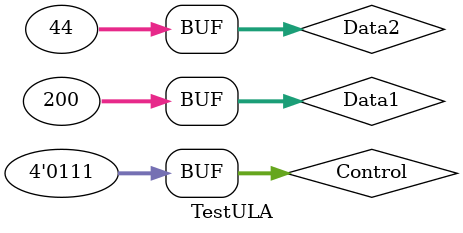
<source format=v>
`timescale 1ns / 1ps


module TestULA;

	// Inputs
	reg [31:0] Data1;
	reg [31:0] Data2;
	reg [3:0] Control;

	// Outputs
	wire Zero;
	wire [31:0] Output;

	// Instantiate the Unit Under Test (UUT)
	ULA uut (
		.Data1(Data1), 
		.Data2(Data2), 
		.Control(Control), 
		.Zero(Zero), 
		.Output(Output)
	);

	initial begin
		// Initialize Inputs
		Data1 = 'd200;
		Data2 = 'd44;
		Control = 'b0111;

		// Wait 100 ns for global reset to finish
		#100;
        
		// Add stimulus here

	end
      
endmodule


</source>
